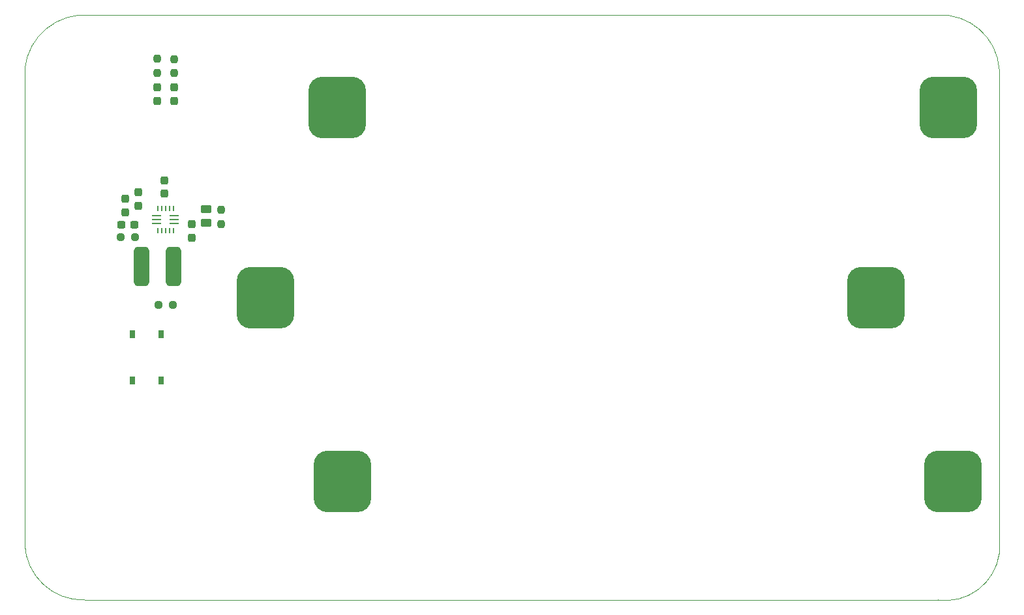
<source format=gbr>
%TF.GenerationSoftware,KiCad,Pcbnew,(6.0.7)*%
%TF.CreationDate,2022-11-15T15:08:31+02:00*%
%TF.ProjectId,Cell_Holder_Board,43656c6c-5f48-46f6-9c64-65725f426f61,rev?*%
%TF.SameCoordinates,Original*%
%TF.FileFunction,Paste,Top*%
%TF.FilePolarity,Positive*%
%FSLAX46Y46*%
G04 Gerber Fmt 4.6, Leading zero omitted, Abs format (unit mm)*
G04 Created by KiCad (PCBNEW (6.0.7)) date 2022-11-15 15:08:31*
%MOMM*%
%LPD*%
G01*
G04 APERTURE LIST*
G04 Aperture macros list*
%AMRoundRect*
0 Rectangle with rounded corners*
0 $1 Rounding radius*
0 $2 $3 $4 $5 $6 $7 $8 $9 X,Y pos of 4 corners*
0 Add a 4 corners polygon primitive as box body*
4,1,4,$2,$3,$4,$5,$6,$7,$8,$9,$2,$3,0*
0 Add four circle primitives for the rounded corners*
1,1,$1+$1,$2,$3*
1,1,$1+$1,$4,$5*
1,1,$1+$1,$6,$7*
1,1,$1+$1,$8,$9*
0 Add four rect primitives between the rounded corners*
20,1,$1+$1,$2,$3,$4,$5,0*
20,1,$1+$1,$4,$5,$6,$7,0*
20,1,$1+$1,$6,$7,$8,$9,0*
20,1,$1+$1,$8,$9,$2,$3,0*%
G04 Aperture macros list end*
%TA.AperFunction,Profile*%
%ADD10C,0.100000*%
%TD*%
%ADD11RoundRect,0.237500X-0.237500X0.250000X-0.237500X-0.250000X0.237500X-0.250000X0.237500X0.250000X0*%
%ADD12RoundRect,0.237500X-0.237500X0.300000X-0.237500X-0.300000X0.237500X-0.300000X0.237500X0.300000X0*%
%ADD13RoundRect,0.237500X-0.250000X-0.237500X0.250000X-0.237500X0.250000X0.237500X-0.250000X0.237500X0*%
%ADD14RoundRect,0.237500X0.237500X-0.300000X0.237500X0.300000X-0.237500X0.300000X-0.237500X-0.300000X0*%
%ADD15RoundRect,0.237500X0.237500X-0.250000X0.237500X0.250000X-0.237500X0.250000X-0.237500X-0.250000X0*%
%ADD16RoundRect,0.237500X0.300000X0.237500X-0.300000X0.237500X-0.300000X-0.237500X0.300000X-0.237500X0*%
%ADD17RoundRect,0.500000X-0.500000X-2.050000X0.500000X-2.050000X0.500000X2.050000X-0.500000X2.050000X0*%
%ADD18R,1.300000X0.250000*%
%ADD19R,0.250000X0.700000*%
%ADD20RoundRect,0.237500X0.237500X-0.287500X0.237500X0.287500X-0.237500X0.287500X-0.237500X-0.287500X0*%
%ADD21RoundRect,0.250000X-0.450000X0.262500X-0.450000X-0.262500X0.450000X-0.262500X0.450000X0.262500X0*%
%ADD22R,0.700000X1.000000*%
%ADD23RoundRect,1.875000X-1.875000X-2.125000X1.875000X-2.125000X1.875000X2.125000X-1.875000X2.125000X0*%
G04 APERTURE END LIST*
D10*
X157658800Y-34927400D02*
X47658800Y-34927400D01*
X165658800Y-104927400D02*
X165658800Y-41927400D01*
X157658800Y-110927402D02*
G75*
G03*
X165658800Y-104927400I1010310J6986252D01*
G01*
X39158800Y-41927400D02*
X39158800Y-103677400D01*
X165658813Y-41927399D02*
G75*
G03*
X157658800Y-34927400I-7530713J-535101D01*
G01*
X39158800Y-103677400D02*
G75*
G03*
X46908800Y-110927400I7563800J318200D01*
G01*
X46908800Y-110927400D02*
X157658800Y-110927400D01*
X47658801Y-34927391D02*
G75*
G03*
X39158800Y-41927400I-731661J-7772269D01*
G01*
D11*
%TO.C,R1*%
X64643000Y-60225300D03*
X64643000Y-62050300D03*
%TD*%
D12*
%TO.C,C5*%
X60858400Y-62104100D03*
X60858400Y-63829100D03*
%TD*%
D13*
%TO.C,R2*%
X51640100Y-63754000D03*
X53465100Y-63754000D03*
%TD*%
D14*
%TO.C,C3*%
X53924200Y-59688900D03*
X53924200Y-57963900D03*
%TD*%
D15*
%TO.C,R5*%
X58547000Y-42465000D03*
X58547000Y-40640000D03*
%TD*%
D16*
%TO.C,C2*%
X53390800Y-62204600D03*
X51665800Y-62204600D03*
%TD*%
D17*
%TO.C,L1*%
X54288000Y-67564000D03*
X58488000Y-67564000D03*
%TD*%
D18*
%TO.C,U1*%
X56279400Y-60993400D03*
X56279400Y-61493400D03*
X56279400Y-61993400D03*
D19*
X56429400Y-62943400D03*
X56929400Y-62943400D03*
X57429400Y-62943400D03*
X57929400Y-62943400D03*
X58429400Y-62943400D03*
D18*
X58579400Y-61993400D03*
X58579400Y-61493400D03*
X58579400Y-60993400D03*
D19*
X58429400Y-60043400D03*
X57929400Y-60043400D03*
X57429400Y-60043400D03*
X56929400Y-60043400D03*
X56429400Y-60043400D03*
%TD*%
D20*
%TO.C,D1*%
X56388000Y-46087000D03*
X56388000Y-44337000D03*
%TD*%
D14*
%TO.C,C1*%
X52197000Y-60527100D03*
X52197000Y-58802100D03*
%TD*%
%TO.C,C4*%
X57302400Y-58114100D03*
X57302400Y-56389100D03*
%TD*%
D13*
%TO.C,R3*%
X56542300Y-72618600D03*
X58367300Y-72618600D03*
%TD*%
D21*
%TO.C,R6*%
X62661800Y-60121800D03*
X62661800Y-61946800D03*
%TD*%
D22*
%TO.C,SW1*%
X56815600Y-82425800D03*
X56815600Y-76425800D03*
X53115600Y-82425800D03*
X53115600Y-76425800D03*
%TD*%
D20*
%TO.C,D2*%
X58547000Y-46087000D03*
X58547000Y-44337000D03*
%TD*%
D23*
%TO.C,BT3*%
X80359600Y-95539200D03*
X159619600Y-95539200D03*
%TD*%
%TO.C,BT1*%
X79750000Y-46923600D03*
X159010000Y-46923600D03*
%TD*%
D15*
%TO.C,R4*%
X56388000Y-42441500D03*
X56388000Y-40616500D03*
%TD*%
D23*
%TO.C,BT2*%
X70377400Y-71612400D03*
X149637400Y-71612400D03*
%TD*%
M02*

</source>
